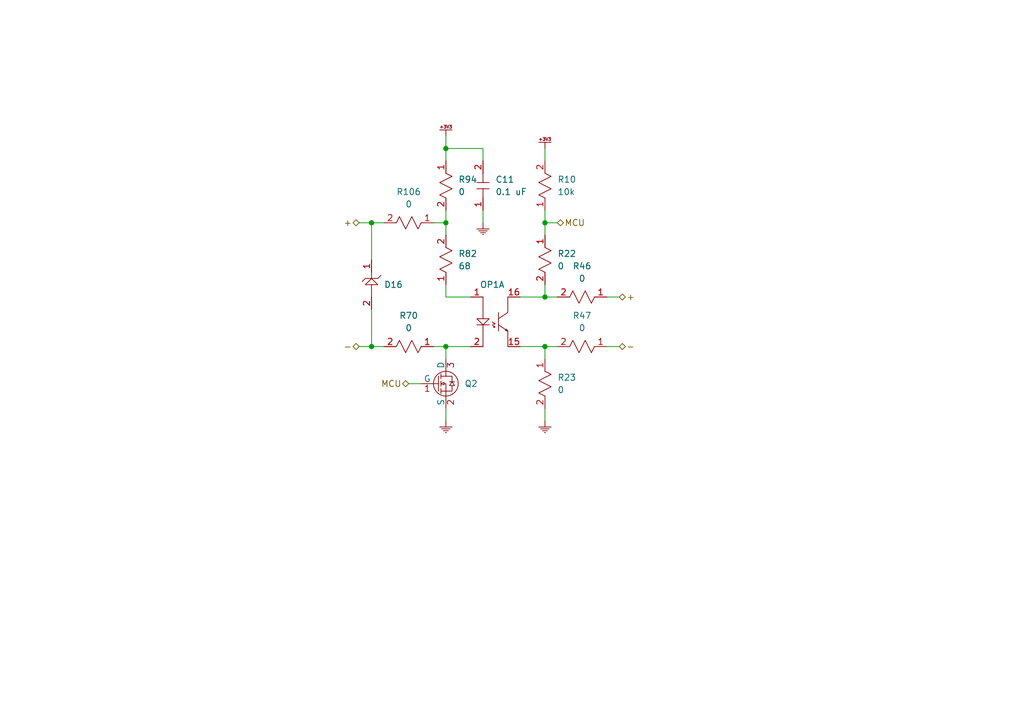
<source format=kicad_sch>
(kicad_sch (version 20230121) (generator eeschema)
  (paper "A5")
  (lib_symbols
    (symbol "zandmd:+3V3" (power) (pin_names (offset 0))
      (symbol "+3V3_0_1"
        (polyline (pts (xy -1.27 1.27) (xy 1.27 1.27)))
        (polyline (pts (xy 0 0) (xy 0 1.27)))
      )
      (symbol "+3V3_1_1"
        (text "+3V3" (at 0 1.905 0) (effects (font (size 0.635 0.635))))
        (pin power_in line (at 0 0 90) (length 0) hide (name "+3V3") (number "1"))
      )
    )
    (symbol "zandmd:BSS816NWH6327XTSA1" (pin_names (offset 0))
      (property "Reference" "Q" (at 0 0 0))
      (symbol "BSS816NWH6327XTSA1_0_1"
        (polyline (pts (xy 2.54 5.08) (xy 3.556 5.08)))
        (polyline (pts (xy 3.556 6.604) (xy 3.556 3.556)))
        (polyline (pts (xy 4.064 3.048) (xy 4.064 4.064)))
        (polyline (pts (xy 4.064 3.556) (xy 5.08 3.556)))
        (polyline (pts (xy 4.064 5.588) (xy 4.064 4.572)))
        (polyline (pts (xy 4.064 7.112) (xy 4.064 6.096)))
        (polyline (pts (xy 5.842 5.461) (xy 6.858 5.461)))
        (polyline (pts (xy 4.064 6.604) (xy 5.08 6.604) (xy 5.08 7.62)))
        (polyline (pts (xy 4.699 5.08) (xy 5.08 5.08) (xy 5.08 2.54)))
        (polyline (pts (xy 5.08 3.556) (xy 6.35 3.556) (xy 6.35 4.699)))
        (polyline (pts (xy 6.35 5.461) (xy 6.35 6.604) (xy 5.08 6.604)))
        (polyline (pts (xy 4.064 5.08) (xy 4.699 4.826) (xy 4.699 5.334) (xy 4.064 5.08)))
        (polyline (pts (xy 6.35 5.461) (xy 5.842 4.699) (xy 6.858 4.699) (xy 6.35 5.461)))
        (circle (center 5.08 5.08) (radius 2.54))
      )
      (symbol "BSS816NWH6327XTSA1_1_1"
        (pin passive line (at 0 5.08 0) (length 2.54) (name "G") (number "1"))
        (pin open_emitter line (at 5.08 0 90) (length 2.54) (name "S") (number "2"))
        (pin open_collector line (at 5.08 10.16 270) (length 2.54) (name "D") (number "3"))
      )
    )
    (symbol "zandmd:CAPACITOR" (pin_names (offset 0))
      (property "Reference" "C" (at 0 0 0))
      (property "Value" "C" (at 0 0 0))
      (symbol "CAPACITOR_0_1"
        (polyline (pts (xy 2.54 0) (xy 4.445 0)))
        (polyline (pts (xy 4.445 1.27) (xy 4.445 -1.27)))
        (polyline (pts (xy 5.715 1.27) (xy 5.715 -1.27)))
        (polyline (pts (xy 7.62 0) (xy 5.715 0)))
      )
      (symbol "CAPACITOR_1_1"
        (pin passive line (at 0 0 0) (length 2.54) (name "") (number "1"))
        (pin passive line (at 10.16 0 180) (length 2.54) (name "") (number "2"))
      )
    )
    (symbol "zandmd:GND" (power) (pin_names (offset 0))
      (symbol "GND_0_1"
        (polyline (pts (xy -1.27 -1.27) (xy 1.27 -1.27)))
        (polyline (pts (xy -0.889 -1.651) (xy 0.889 -1.651)))
        (polyline (pts (xy -0.508 -2.032) (xy 0.508 -2.032)))
        (polyline (pts (xy -0.127 -2.413) (xy 0.127 -2.413)))
        (polyline (pts (xy 0 0) (xy 0 -1.27)))
      )
      (symbol "GND_1_1"
        (pin power_in line (at 0 0 270) (length 0) hide (name "GND") (number "1"))
      )
    )
    (symbol "zandmd:LTV-847S" (pin_names hide)
      (property "Reference" "OP" (at 0 0 0))
      (symbol "LTV-847S_0_1"
        (polyline (pts (xy 1.27 4.445) (xy 3.81 4.445)))
        (polyline (pts (xy 2.54 4.445) (xy 2.54 0)))
        (polyline (pts (xy 2.54 10.16) (xy 2.54 5.715)))
        (polyline (pts (xy 5.715 6.985) (xy 5.715 3.175)))
        (polyline (pts (xy 7.62 0) (xy 7.62 3.175) (xy 5.715 4.445)))
        (polyline (pts (xy 7.62 10.16) (xy 7.62 6.985) (xy 5.715 5.715)))
        (polyline (pts (xy 2.54 4.445) (xy 3.81 5.715) (xy 1.27 5.715) (xy 2.54 4.445)))
        (polyline (pts (xy 7.62 3.175) (xy 7.366 3.556) (xy 7.112 3.302) (xy 7.62 3.175)))
        (polyline (pts (xy 4.445 4.445) (xy 4.953 3.937) (xy 4.953 4.191) (xy 4.699 3.937) (xy 4.953 3.937)))
        (polyline (pts (xy 4.445 5.08) (xy 4.953 4.572) (xy 4.953 4.826) (xy 4.699 4.572) (xy 4.953 4.572)))
      )
      (symbol "LTV-847S_1_1"
        (pin passive line (at 0 10.16 0) (length 2.54) (name "A") (number "1"))
        (pin open_emitter line (at 10.16 0 180) (length 2.54) (name "E") (number "15"))
        (pin open_collector line (at 10.16 10.16 180) (length 2.54) (name "C") (number "16"))
        (pin passive line (at 0 0 0) (length 2.54) (name "K") (number "2"))
      )
      (symbol "LTV-847S_2_1"
        (pin open_emitter line (at 10.16 0 180) (length 2.54) (name "E") (number "13"))
        (pin open_collector line (at 10.16 10.16 180) (length 2.54) (name "C") (number "14"))
        (pin passive line (at 0 10.16 0) (length 2.54) (name "A") (number "3"))
        (pin passive line (at 0 0 0) (length 2.54) (name "K") (number "4"))
      )
      (symbol "LTV-847S_3_1"
        (pin open_emitter line (at 10.16 0 180) (length 2.54) (name "E") (number "11"))
        (pin open_collector line (at 10.16 10.16 180) (length 2.54) (name "C") (number "12"))
        (pin passive line (at 0 10.16 0) (length 2.54) (name "A") (number "5"))
        (pin passive line (at 0 0 0) (length 2.54) (name "K") (number "6"))
      )
      (symbol "LTV-847S_4_1"
        (pin open_collector line (at 10.16 10.16 180) (length 2.54) (name "C") (number "10"))
        (pin passive line (at 0 10.16 0) (length 2.54) (name "A") (number "7"))
        (pin passive line (at 0 0 0) (length 2.54) (name "K") (number "8"))
        (pin open_emitter line (at 10.16 0 180) (length 2.54) (name "E") (number "9"))
      )
    )
    (symbol "zandmd:RESISTOR" (pin_names (offset 0))
      (property "Reference" "R" (at 0 0 0))
      (property "Value" "R" (at 0 0 0))
      (symbol "RESISTOR_0_1"
        (polyline (pts (xy 2.54 0) (xy 3.175 1.27) (xy 4.445 -1.27) (xy 5.715 1.27) (xy 6.985 -1.27) (xy 7.62 0)))
      )
      (symbol "RESISTOR_1_1"
        (pin passive line (at 0 0 0) (length 2.54) (name "") (number "1"))
        (pin passive line (at 10.16 0 180) (length 2.54) (name "") (number "2"))
      )
    )
    (symbol "zandmd:SMAJ5.0A" (pin_names (offset 0))
      (property "Reference" "D" (at 0 0 0))
      (symbol "SMAJ5.0A_0_1"
        (polyline (pts (xy 3.81 0) (xy 2.54 0)))
        (polyline (pts (xy 7.62 0) (xy 5.08 0)))
        (polyline (pts (xy 3.81 0) (xy 5.08 -1.27) (xy 5.08 1.27) (xy 3.81 0)))
        (polyline (pts (xy 4.445 -1.905) (xy 3.81 -1.27) (xy 3.81 1.27) (xy 3.175 1.905)))
      )
      (symbol "SMAJ5.0A_1_1"
        (pin passive line (at 0 0 0) (length 2.54) (name "") (number "1"))
        (pin passive line (at 10.16 0 180) (length 2.54) (name "") (number "2"))
      )
    )
  )
  (junction (at 111.76 45.72))
  (junction (at 91.44 45.72))
  (junction (at 91.44 30.48))
  (junction (at 76.2 45.72))
  (junction (at 111.76 60.96))
  (junction (at 76.2 71.12))
  (junction (at 111.76 71.12))
  (junction (at 91.44 71.12))
  (wire (pts (xy 111.76 71.12) (xy 114.3 71.12)))
  (wire (pts (xy 99.06 33.02) (xy 99.06 30.48)))
  (wire (pts (xy 91.44 71.12) (xy 91.44 73.66)))
  (wire (pts (xy 83.82 78.74) (xy 86.36 78.74)))
  (wire (pts (xy 76.2 63.5) (xy 76.2 71.12)))
  (wire (pts (xy 124.46 60.96) (xy 127 60.96)))
  (wire (pts (xy 91.44 58.42) (xy 91.44 60.96)))
  (wire (pts (xy 106.68 60.96) (xy 111.76 60.96)))
  (wire (pts (xy 111.76 60.96) (xy 114.3 60.96)))
  (wire (pts (xy 76.2 71.12) (xy 78.74 71.12)))
  (wire (pts (xy 91.44 27.94) (xy 91.44 30.48)))
  (wire (pts (xy 73.66 45.72) (xy 76.2 45.72)))
  (wire (pts (xy 111.76 45.72) (xy 111.76 48.26)))
  (wire (pts (xy 96.52 60.96) (xy 91.44 60.96)))
  (wire (pts (xy 111.76 83.82) (xy 111.76 86.36)))
  (wire (pts (xy 111.76 71.12) (xy 111.76 73.66)))
  (wire (pts (xy 111.76 58.42) (xy 111.76 60.96)))
  (wire (pts (xy 76.2 45.72) (xy 78.74 45.72)))
  (wire (pts (xy 124.46 71.12) (xy 127 71.12)))
  (wire (pts (xy 88.9 45.72) (xy 91.44 45.72)))
  (wire (pts (xy 91.44 71.12) (xy 96.52 71.12)))
  (wire (pts (xy 91.44 43.18) (xy 91.44 45.72)))
  (wire (pts (xy 73.66 71.12) (xy 76.2 71.12)))
  (wire (pts (xy 111.76 30.48) (xy 111.76 33.02)))
  (wire (pts (xy 91.44 30.48) (xy 99.06 30.48)))
  (wire (pts (xy 76.2 45.72) (xy 76.2 53.34)))
  (wire (pts (xy 88.9 71.12) (xy 91.44 71.12)))
  (wire (pts (xy 99.06 43.18) (xy 99.06 45.72)))
  (wire (pts (xy 91.44 30.48) (xy 91.44 33.02)))
  (wire (pts (xy 91.44 83.82) (xy 91.44 86.36)))
  (wire (pts (xy 111.76 43.18) (xy 111.76 45.72)))
  (wire (pts (xy 106.68 71.12) (xy 111.76 71.12)))
  (wire (pts (xy 91.44 45.72) (xy 91.44 48.26)))
  (wire (pts (xy 111.76 45.72) (xy 114.3 45.72)))
  (hierarchical_label "MCU" (shape bidirectional) (at 114.3 45.72 0))
  (hierarchical_label "+" (shape bidirectional) (at 73.66 45.72 180))
  (hierarchical_label "MCU" (shape bidirectional) (at 83.82 78.74 180))
  (hierarchical_label "-" (shape bidirectional) (at 127 71.12 0))
  (hierarchical_label "-" (shape bidirectional) (at 73.66 71.12 180))
  (hierarchical_label "+" (shape bidirectional) (at 127 60.96 0))
  (symbol (lib_id "zandmd:RESISTOR") (at 111.76 43.18 90) (unit 1)
    (property "Reference" "R10" (at 114.3 36.83 90) (effects (justify right)))
    (property "Value" "10k" (at 114.3 39.37 90) (effects (justify right)))
    (property "Footprint" "zandmd:PASSIVE-NPOL-0805" (effects hide))
    (property "Sim.Device" "R" (effects hide))
    (property "Sim.Pins" "1=+ 2=-" (effects hide))
    (instances (project "tv-source-switcher" (path "" (reference "R10") (unit 1)) (path "" (reference "R11") (unit 1)) (path "" (reference "R12") (unit 1)) (path "" (reference "R13") (unit 1)) (path "" (reference "R14") (unit 1)) (path "" (reference "R15") (unit 1)) (path "" (reference "R16") (unit 1)) (path "" (reference "R17") (unit 1)) (path "" (reference "R18") (unit 1)) (path "" (reference "R19") (unit 1)) (path "" (reference "R20") (unit 1)) (path "" (reference "R21") (unit 1))))
  )
  (symbol (lib_id "zandmd:CAPACITOR") (at 99.06 43.18 90) (unit 1)
    (property "Reference" "C11" (at 101.6 36.83 90) (effects (justify right)))
    (property "Value" "0.1 uF" (at 101.6 39.37 90) (effects (justify right)))
    (property "Footprint" "zandmd:PASSIVE-NPOL-0805" (effects hide))
    (property "Sim.Device" "C" (effects hide))
    (property "Sim.Pins" "1=+ 2=-" (effects hide))
    (instances (project "tv-source-switcher" (path "" (reference "C11") (unit 1)) (path "" (reference "C12") (unit 1)) (path "" (reference "C13") (unit 1)) (path "" (reference "C14") (unit 1)) (path "" (reference "C15") (unit 1)) (path "" (reference "C16") (unit 1)) (path "" (reference "C17") (unit 1)) (path "" (reference "C18") (unit 1)) (path "" (reference "C19") (unit 1)) (path "" (reference "C20") (unit 1)) (path "" (reference "C21") (unit 1)) (path "" (reference "C22") (unit 1))))
  )
  (symbol (lib_id "zandmd:RESISTOR") (at 88.9 71.12 180) (unit 1)
    (property "Reference" "R70" (at 83.82 64.77 0))
    (property "Value" "0" (at 83.82 67.31 0))
    (property "Footprint" "zandmd:PASSIVE-NPOL-0805" (effects hide))
    (property "Sim.Device" "R" (effects hide))
    (property "Sim.Pins" "1=+ 2=-" (effects hide))
    (instances (project "tv-source-switcher" (path "" (reference "R70") (unit 1)) (path "" (reference "R71") (unit 1)) (path "" (reference "R72") (unit 1)) (path "" (reference "R73") (unit 1)) (path "" (reference "R74") (unit 1)) (path "" (reference "R75") (unit 1)) (path "" (reference "R76") (unit 1)) (path "" (reference "R77") (unit 1)) (path "" (reference "R78") (unit 1)) (path "" (reference "R79") (unit 1)) (path "" (reference "R80") (unit 1)) (path "" (reference "R81") (unit 1))))
  )
  (symbol (lib_id "zandmd:RESISTOR") (at 111.76 73.66 270) (unit 1)
    (property "Reference" "R23" (at 114.3 77.47 90) (effects (justify left)))
    (property "Value" "0" (at 114.3 80.01 90) (effects (justify left)))
    (property "Footprint" "zandmd:PASSIVE-NPOL-0805" (effects hide))
    (property "Sim.Device" "R" (effects hide))
    (property "Sim.Pins" "1=+ 2=-" (effects hide))
    (instances (project "tv-source-switcher" (path "" (reference "R23") (unit 1)) (path "" (reference "R25") (unit 1)) (path "" (reference "R27") (unit 1)) (path "" (reference "R29") (unit 1)) (path "" (reference "R31") (unit 1)) (path "" (reference "R33") (unit 1)) (path "" (reference "R35") (unit 1)) (path "" (reference "R37") (unit 1)) (path "" (reference "R39") (unit 1)) (path "" (reference "R41") (unit 1)) (path "" (reference "R43") (unit 1)) (path "" (reference "R45") (unit 1))))
  )
  (symbol (lib_id "zandmd:+3V3") (at 91.44 27.94 0) (unit 1)
    (property "Reference" "#PWR010" (effects hide))
    (property "Value" "+3V3" (effects hide))
    (instances (project "tv-source-switcher" (path "" (reference "#PWR010") (unit 1)) (path "" (reference "#PWR013") (unit 1)) (path "" (reference "#PWR017") (unit 1)) (path "" (reference "#PWR021") (unit 1)) (path "" (reference "#PWR025") (unit 1)) (path "" (reference "#PWR029") (unit 1)) (path "" (reference "#PWR033") (unit 1)) (path "" (reference "#PWR037") (unit 1)) (path "" (reference "#PWR041") (unit 1)) (path "" (reference "#PWR045") (unit 1)) (path "" (reference "#PWR049") (unit 1)) (path "" (reference "#PWR053") (unit 1))))
  )
  (symbol (lib_id "zandmd:RESISTOR") (at 88.9 45.72 180) (unit 1)
    (property "Reference" "R106" (at 83.82 39.37 0))
    (property "Value" "0" (at 83.82 41.91 0))
    (property "Footprint" "zandmd:PASSIVE-NPOL-0805" (effects hide))
    (property "Sim.Device" "R" (effects hide))
    (property "Sim.Pins" "1=+ 2=-" (effects hide))
    (instances (project "tv-source-switcher" (path "" (reference "R106") (unit 1)) (path "" (reference "R107") (unit 1)) (path "" (reference "R108") (unit 1)) (path "" (reference "R109") (unit 1)) (path "" (reference "R110") (unit 1)) (path "" (reference "R111") (unit 1)) (path "" (reference "R112") (unit 1)) (path "" (reference "R113") (unit 1)) (path "" (reference "R114") (unit 1)) (path "" (reference "R115") (unit 1)) (path "" (reference "R116") (unit 1)) (path "" (reference "R117") (unit 1))))
  )
  (symbol (lib_id "zandmd:GND") (at 111.76 86.36 0) (unit 1)
    (property "Reference" "#PWR011" (effects hide))
    (property "Value" "GND" (effects hide))
    (instances (project "tv-source-switcher" (path "" (reference "#PWR011") (unit 1)) (path "" (reference "#PWR016") (unit 1)) (path "" (reference "#PWR020") (unit 1)) (path "" (reference "#PWR024") (unit 1)) (path "" (reference "#PWR028") (unit 1)) (path "" (reference "#PWR032") (unit 1)) (path "" (reference "#PWR036") (unit 1)) (path "" (reference "#PWR040") (unit 1)) (path "" (reference "#PWR044") (unit 1)) (path "" (reference "#PWR048") (unit 1)) (path "" (reference "#PWR052") (unit 1)) (path "" (reference "#PWR056") (unit 1))))
  )
  (symbol (lib_id "zandmd:LTV-847S") (at 96.52 71.12 0) (unit 1)
    (property "Reference" "OP1" (at 100.965 58.42 0))
    (property "Value" "LTV-847S" (effects hide))
    (property "Footprint" "zandmd:LTV-847S" (effects hide))
    (property "Datasheet" "https://www.digikey.com/htmldatasheets/production/33468/0/0/1/ltv-817-827-847-datasheet.pdf" (effects hide))
    (property "Sim.Enable" "0" (effects hide))
    (instances (project "tv-source-switcher" (path "" (reference "OP1") (unit 1)) (path "" (reference "OP1") (unit 2)) (path "" (reference "OP1") (unit 3)) (path "" (reference "OP1") (unit 4)) (path "" (reference "OP2") (unit 1)) (path "" (reference "OP2") (unit 2)) (path "" (reference "OP2") (unit 3)) (path "" (reference "OP2") (unit 4)) (path "" (reference "OP3") (unit 1)) (path "" (reference "OP3") (unit 2)) (path "" (reference "OP3") (unit 3)) (path "" (reference "OP3") (unit 4))))
  )
  (symbol (lib_id "zandmd:RESISTOR") (at 111.76 48.26 270) (unit 1)
    (property "Reference" "R22" (at 114.3 52.07 90) (effects (justify left)))
    (property "Value" "0" (at 114.3 54.61 90) (effects (justify left)))
    (property "Footprint" "zandmd:PASSIVE-NPOL-0805" (effects hide))
    (property "Sim.Device" "R" (effects hide))
    (property "Sim.Pins" "1=+ 2=-" (effects hide))
    (instances (project "tv-source-switcher" (path "" (reference "R22") (unit 1)) (path "" (reference "R24") (unit 1)) (path "" (reference "R26") (unit 1)) (path "" (reference "R28") (unit 1)) (path "" (reference "R30") (unit 1)) (path "" (reference "R32") (unit 1)) (path "" (reference "R34") (unit 1)) (path "" (reference "R36") (unit 1)) (path "" (reference "R38") (unit 1)) (path "" (reference "R40") (unit 1)) (path "" (reference "R42") (unit 1)) (path "" (reference "R44") (unit 1))))
  )
  (symbol (lib_id "zandmd:SMAJ5.0A") (at 76.2 53.34 270) (unit 1)
    (property "Reference" "D16" (at 78.74 58.42 90) (effects (justify left)))
    (property "Value" "SMAJ5.0A" (effects hide))
    (property "Footprint" "zandmd:SMAJ5.0A" (effects hide))
    (property "Datasheet" "https://goodarksemi.com/docs/datasheets/transient_voltage_suppressors/SMAJx.pdf" (effects hide))
    (property "Sim.Enable" "0" (effects hide))
    (instances (project "tv-source-switcher" (path "" (reference "D16") (unit 1)) (path "" (reference "D5") (unit 1)) (path "" (reference "D6") (unit 1)) (path "" (reference "D7") (unit 1)) (path "" (reference "D8") (unit 1)) (path "" (reference "D9") (unit 1)) (path "" (reference "D10") (unit 1)) (path "" (reference "D11") (unit 1)) (path "" (reference "D12") (unit 1)) (path "" (reference "D13") (unit 1)) (path "" (reference "D14") (unit 1)) (path "" (reference "D15") (unit 1))))
  )
  (symbol (lib_id "zandmd:RESISTOR") (at 91.44 58.42 90) (unit 1)
    (property "Reference" "R82" (at 93.98 52.07 90) (effects (justify right)))
    (property "Value" "68" (at 93.98 54.61 90) (effects (justify right)))
    (property "Footprint" "zandmd:PASSIVE-NPOL-0805" (effects hide))
    (property "Sim.Device" "R" (effects hide))
    (property "Sim.Pins" "1=+ 2=-" (effects hide))
    (instances (project "tv-source-switcher" (path "" (reference "R82") (unit 1)) (path "" (reference "R83") (unit 1)) (path "" (reference "R84") (unit 1)) (path "" (reference "R85") (unit 1)) (path "" (reference "R86") (unit 1)) (path "" (reference "R87") (unit 1)) (path "" (reference "R88") (unit 1)) (path "" (reference "R89") (unit 1)) (path "" (reference "R90") (unit 1)) (path "" (reference "R91") (unit 1)) (path "" (reference "R92") (unit 1)) (path "" (reference "R93") (unit 1))))
  )
  (symbol (lib_id "zandmd:GND") (at 91.44 86.36 0) (unit 1)
    (property "Reference" "#PWR09" (effects hide))
    (property "Value" "GND" (effects hide))
    (instances (project "tv-source-switcher" (path "" (reference "#PWR09") (unit 1)) (path "" (reference "#PWR014") (unit 1)) (path "" (reference "#PWR018") (unit 1)) (path "" (reference "#PWR022") (unit 1)) (path "" (reference "#PWR026") (unit 1)) (path "" (reference "#PWR030") (unit 1)) (path "" (reference "#PWR034") (unit 1)) (path "" (reference "#PWR038") (unit 1)) (path "" (reference "#PWR042") (unit 1)) (path "" (reference "#PWR046") (unit 1)) (path "" (reference "#PWR050") (unit 1)) (path "" (reference "#PWR054") (unit 1))))
  )
  (symbol (lib_id "zandmd:GND") (at 99.06 45.72 0) (unit 1)
    (property "Reference" "#PWR063" (effects hide))
    (property "Value" "GND" (effects hide))
    (instances (project "tv-source-switcher" (path "" (reference "#PWR063") (unit 1)) (path "" (reference "#PWR064") (unit 1)) (path "" (reference "#PWR065") (unit 1)) (path "" (reference "#PWR066") (unit 1)) (path "" (reference "#PWR067") (unit 1)) (path "" (reference "#PWR068") (unit 1)) (path "" (reference "#PWR069") (unit 1)) (path "" (reference "#PWR070") (unit 1)) (path "" (reference "#PWR071") (unit 1)) (path "" (reference "#PWR072") (unit 1)) (path "" (reference "#PWR073") (unit 1)) (path "" (reference "#PWR074") (unit 1))))
  )
  (symbol (lib_id "zandmd:BSS816NWH6327XTSA1") (at 86.36 83.82 0) (unit 1)
    (property "Reference" "Q2" (at 95.25 78.74 0) (effects (justify left)))
    (property "Value" "BSS816NWH6327XTSA1" (effects hide))
    (property "Footprint" "zandmd:BSS816NWH6327XTSA1" (effects hide))
    (property "Datasheet" "https://www.infineon.com/dgdl/Infineon-BSS816NW-DS-v02_03-en.pdf?fileId=db3a304335113a6301351e704a2e1332" (effects hide))
    (property "Sim.Device" "SUBCKT" (effects hide))
    (property "Sim.Pins" "1=gate 2=source 3=drain" (effects hide))
    (property "Sim.Library" "..\\sim\\BSS816NWH6327XTSA1.lib" (effects hide))
    (property "Sim.Name" "BSS816NW_L0" (effects hide))
    (instances (project "tv-source-switcher" (path "" (reference "Q2") (unit 1)) (path "" (reference "Q3") (unit 1)) (path "" (reference "Q4") (unit 1)) (path "" (reference "Q5") (unit 1)) (path "" (reference "Q6") (unit 1)) (path "" (reference "Q7") (unit 1)) (path "" (reference "Q8") (unit 1)) (path "" (reference "Q9") (unit 1)) (path "" (reference "Q10") (unit 1)) (path "" (reference "Q11") (unit 1)) (path "" (reference "Q12") (unit 1)) (path "" (reference "Q13") (unit 1))))
  )
  (symbol (lib_id "zandmd:RESISTOR") (at 124.46 60.96 180) (unit 1)
    (property "Reference" "R46" (at 119.38 54.61 0))
    (property "Value" "0" (at 119.38 57.15 0))
    (property "Footprint" "zandmd:PASSIVE-NPOL-0805" (effects hide))
    (property "Sim.Device" "R" (effects hide))
    (property "Sim.Pins" "1=+ 2=-" (effects hide))
    (instances (project "tv-source-switcher" (path "" (reference "R46") (unit 1)) (path "" (reference "R48") (unit 1)) (path "" (reference "R50") (unit 1)) (path "" (reference "R52") (unit 1)) (path "" (reference "R54") (unit 1)) (path "" (reference "R56") (unit 1)) (path "" (reference "R58") (unit 1)) (path "" (reference "R60") (unit 1)) (path "" (reference "R62") (unit 1)) (path "" (reference "R64") (unit 1)) (path "" (reference "R66") (unit 1)) (path "" (reference "R68") (unit 1))))
  )
  (symbol (lib_id "zandmd:RESISTOR") (at 124.46 71.12 180) (unit 1)
    (property "Reference" "R47" (at 119.38 64.77 0))
    (property "Value" "0" (at 119.38 67.31 0))
    (property "Footprint" "zandmd:PASSIVE-NPOL-0805" (effects hide))
    (property "Sim.Device" "R" (effects hide))
    (property "Sim.Pins" "1=+ 2=-" (effects hide))
    (instances (project "tv-source-switcher" (path "" (reference "R47") (unit 1)) (path "" (reference "R49") (unit 1)) (path "" (reference "R51") (unit 1)) (path "" (reference "R53") (unit 1)) (path "" (reference "R55") (unit 1)) (path "" (reference "R57") (unit 1)) (path "" (reference "R59") (unit 1)) (path "" (reference "R61") (unit 1)) (path "" (reference "R63") (unit 1)) (path "" (reference "R65") (unit 1)) (path "" (reference "R67") (unit 1)) (path "" (reference "R69") (unit 1))))
  )
  (symbol (lib_id "zandmd:RESISTOR") (at 91.44 33.02 270) (unit 1)
    (property "Reference" "R94" (at 93.98 36.83 90) (effects (justify left)))
    (property "Value" "0" (at 93.98 39.37 90) (effects (justify left)))
    (property "Footprint" "zandmd:PASSIVE-NPOL-0805" (effects hide))
    (property "Sim.Device" "R" (effects hide))
    (property "Sim.Pins" "1=+ 2=-" (effects hide))
    (instances (project "tv-source-switcher" (path "" (reference "R94") (unit 1)) (path "" (reference "R95") (unit 1)) (path "" (reference "R96") (unit 1)) (path "" (reference "R97") (unit 1)) (path "" (reference "R98") (unit 1)) (path "" (reference "R99") (unit 1)) (path "" (reference "R100") (unit 1)) (path "" (reference "R101") (unit 1)) (path "" (reference "R102") (unit 1)) (path "" (reference "R103") (unit 1)) (path "" (reference "R104") (unit 1)) (path "" (reference "R105") (unit 1))))
  )
  (symbol (lib_id "zandmd:+3V3") (at 111.76 30.48 0) (unit 1)
    (property "Reference" "#PWR012" (effects hide))
    (property "Value" "+3V3" (effects hide))
    (instances (project "tv-source-switcher" (path "" (reference "#PWR012") (unit 1)) (path "" (reference "#PWR015") (unit 1)) (path "" (reference "#PWR019") (unit 1)) (path "" (reference "#PWR023") (unit 1)) (path "" (reference "#PWR027") (unit 1)) (path "" (reference "#PWR031") (unit 1)) (path "" (reference "#PWR035") (unit 1)) (path "" (reference "#PWR039") (unit 1)) (path "" (reference "#PWR043") (unit 1)) (path "" (reference "#PWR047") (unit 1)) (path "" (reference "#PWR051") (unit 1)) (path "" (reference "#PWR055") (unit 1))))
  )
)
</source>
